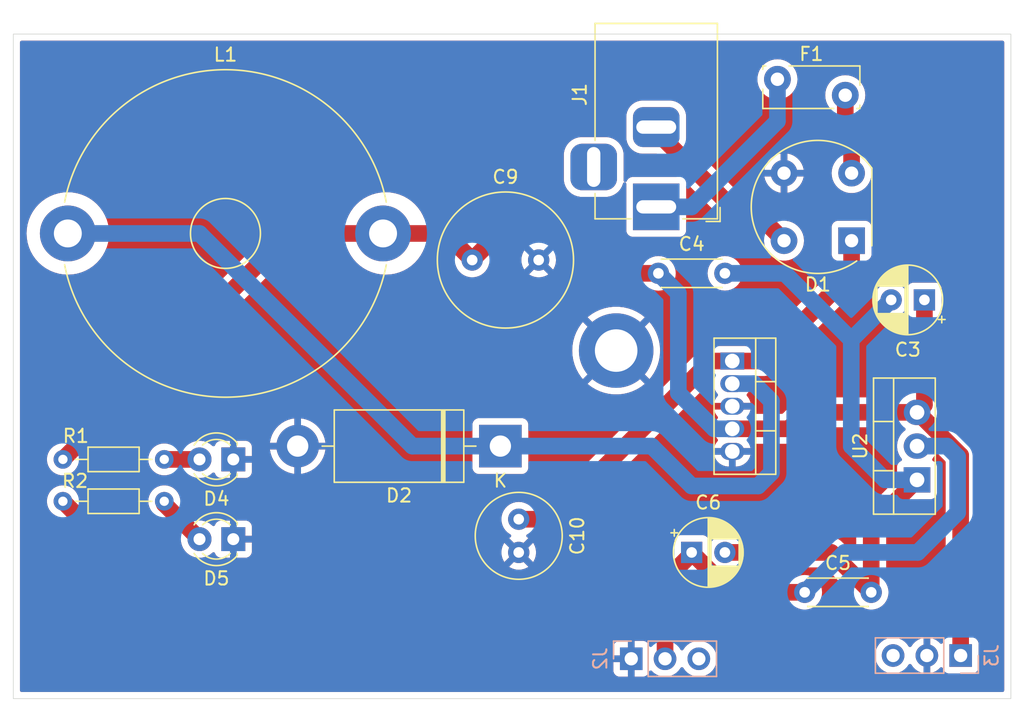
<source format=kicad_pcb>
(kicad_pcb
	(version 20240108)
	(generator "pcbnew")
	(generator_version "8.0")
	(general
		(thickness 1.6)
		(legacy_teardrops no)
	)
	(paper "A4")
	(layers
		(0 "F.Cu" signal)
		(31 "B.Cu" signal)
		(32 "B.Adhes" user "B.Adhesive")
		(33 "F.Adhes" user "F.Adhesive")
		(34 "B.Paste" user)
		(35 "F.Paste" user)
		(36 "B.SilkS" user "B.Silkscreen")
		(37 "F.SilkS" user "F.Silkscreen")
		(38 "B.Mask" user)
		(39 "F.Mask" user)
		(40 "Dwgs.User" user "User.Drawings")
		(41 "Cmts.User" user "User.Comments")
		(42 "Eco1.User" user "User.Eco1")
		(43 "Eco2.User" user "User.Eco2")
		(44 "Edge.Cuts" user)
		(45 "Margin" user)
		(46 "B.CrtYd" user "B.Courtyard")
		(47 "F.CrtYd" user "F.Courtyard")
		(48 "B.Fab" user)
		(49 "F.Fab" user)
		(50 "User.1" user)
		(51 "User.2" user)
		(52 "User.3" user)
		(53 "User.4" user)
		(54 "User.5" user)
		(55 "User.6" user)
		(56 "User.7" user)
		(57 "User.8" user)
		(58 "User.9" user)
	)
	(setup
		(pad_to_mask_clearance 0)
		(allow_soldermask_bridges_in_footprints no)
		(grid_origin 47.999952 44.459979)
		(pcbplotparams
			(layerselection 0x00010fc_ffffffff)
			(plot_on_all_layers_selection 0x0000000_00000000)
			(disableapertmacros no)
			(usegerberextensions no)
			(usegerberattributes yes)
			(usegerberadvancedattributes yes)
			(creategerberjobfile yes)
			(dashed_line_dash_ratio 12.000000)
			(dashed_line_gap_ratio 3.000000)
			(svgprecision 4)
			(plotframeref no)
			(viasonmask no)
			(mode 1)
			(useauxorigin no)
			(hpglpennumber 1)
			(hpglpenspeed 20)
			(hpglpendiameter 15.000000)
			(pdf_front_fp_property_popups yes)
			(pdf_back_fp_property_popups yes)
			(dxfpolygonmode yes)
			(dxfimperialunits yes)
			(dxfusepcbnewfont yes)
			(psnegative no)
			(psa4output no)
			(plotreference yes)
			(plotvalue yes)
			(plotfptext yes)
			(plotinvisibletext no)
			(sketchpadsonfab no)
			(subtractmaskfromsilk no)
			(outputformat 1)
			(mirror no)
			(drillshape 1)
			(scaleselection 1)
			(outputdirectory "")
		)
	)
	(net 0 "")
	(net 1 "GND")
	(net 2 "+5V")
	(net 3 "+3.3V")
	(net 4 "Net-(D1-Pad4)")
	(net 5 "Net-(F1-Pad1)")
	(net 6 "unconnected-(J1-MountPin-Pad3)")
	(net 7 "unconnected-(J2-Pin_3-Pad3)")
	(net 8 "unconnected-(J3-Pin_3-Pad3)")
	(net 9 "Net-(U2-ADJ{slash}GND)")
	(net 10 "V_{in}")
	(net 11 "Net-(D1-Pad2)")
	(net 12 "Net-(D2-K)")
	(net 13 "Net-(D4-A)")
	(net 14 "Net-(D5-A)")
	(footprint "Package_TO_SOT_THT:TO-220-5_Vertical" (layer "F.Cu") (at 89.054952 65.059979 -90))
	(footprint "LED_THT:LED_D3.0mm" (layer "F.Cu") (at 51.539952 78.459979 180))
	(footprint "Diode_THT:Diode_Bridge_Round_D9.8mm" (layer "F.Cu") (at 98.024952 56.004979 180))
	(footprint "Capacitor_THT:C_Radial_D10.0mm_H12.5mm_P5.00mm" (layer "F.Cu") (at 69.499952 57.459979))
	(footprint "Capacitor_THT:C_Disc_D4.3mm_W1.9mm_P5.00mm" (layer "F.Cu") (at 83.499952 58.459979))
	(footprint "Capacitor_THT:C_Radial_D6.3mm_H11.0mm_P2.50mm" (layer "F.Cu") (at 72.999952 76.959979 -90))
	(footprint "LED_THT:LED_D3.0mm" (layer "F.Cu") (at 51.539952 72.459979 180))
	(footprint "Capacitor_THT:CP_Radial_D5.0mm_P2.50mm" (layer "F.Cu") (at 85.999952 79.459979))
	(footprint "Fuse:Fuse_Bourns_MF-RG300" (layer "F.Cu") (at 92.449952 43.859979))
	(footprint "Connector_BarrelJack:BarrelJack_Horizontal" (layer "F.Cu") (at 83.337452 53.459979 -90))
	(footprint "Package_TO_SOT_THT:TO-220-3_Vertical" (layer "F.Cu") (at 102.944952 73.999979 90))
	(footprint "Capacitor_THT:CP_Radial_D5.0mm_P2.50mm" (layer "F.Cu") (at 103.499952 60.459979 180))
	(footprint "MountingHole:MountingHole_3.2mm_M3_DIN965_Pad" (layer "F.Cu") (at 80.324945 64.272412))
	(footprint "Resistor_THT:R_Axial_DIN0204_L3.6mm_D1.6mm_P7.62mm_Horizontal" (layer "F.Cu") (at 38.729952 72.459979))
	(footprint "Capacitor_THT:C_Disc_D4.3mm_W1.9mm_P5.00mm" (layer "F.Cu") (at 94.499952 82.459979))
	(footprint "Diode_THT:D_DO-201AD_P15.24mm_Horizontal" (layer "F.Cu") (at 71.619952 71.459979 180))
	(footprint "Inductor_THT:L_Radial_D24.4mm_P23.70mm_Murata_1400series" (layer "F.Cu") (at 39.099952 55.459979))
	(footprint "Resistor_THT:R_Axial_DIN0204_L3.6mm_D1.6mm_P7.62mm_Horizontal" (layer "F.Cu") (at 38.729952 75.609979))
	(footprint "Connector_PinHeader_2.54mm:PinHeader_1x03_P2.54mm_Vertical" (layer "B.Cu") (at 81.459952 87.459979 -90))
	(footprint "Connector_PinHeader_2.54mm:PinHeader_1x03_P2.54mm_Vertical" (layer "B.Cu") (at 106.224952 87.214979 90))
	(gr_rect
		(start 34.999952 40.459979)
		(end 109.999952 90.459979)
		(stroke
			(width 0.05)
			(type default)
		)
		(fill none)
		(layer "Edge.Cuts")
		(uuid "3b1725f3-616f-4eab-b270-24537795dff6")
	)
	(segment
		(start 102.992452 68.919979)
		(end 106.224952 72.152479)
		(width 1.25)
		(layer "F.Cu")
		(net 2)
		(uuid "0ab5cc26-560e-4b69-889f-0f495b9d7084")
	)
	(segment
		(start 78.999952 58.459979)
		(end 75.999952 55.459979)
		(width 1.25)
		(layer "F.Cu")
		(net 2)
		(uuid "1941b202-0e4c-4aa9-9acd-20c27731a1e8")
	)
	(segment
		(start 55.729952 55.459979)
		(end 67.499952 55.459979)
		(width 1.25)
		(layer "F.Cu")
		(net 2)
		(uuid "332d9d1c-2c5f-4181-a041-e658c3c04710")
	)
	(segment
		(start 83.499952 58.459979)
		(end 78.999952 58.459979)
		(width 1.25)
		(layer "F.Cu")
		(net 2)
		(uuid "3364e641-631a-4ee5-841d-053a91c64350")
	)
	(segment
		(start 38.729952 72.459979)
		(end 55.729952 55.459979)
		(width 1.25)
		(layer "F.Cu")
		(net 2)
		(uuid "3c9f06ee-695c-4f5b-907d-3ad9484223c3")
	)
	(segment
		(start 103.499952 68.364979)
		(end 102.944952 68.919979)
		(width 1.25)
		(layer "F.Cu")
		(net 2)
		(uuid "50981798-3740-42a0-914a-42fc47b0262d")
	)
	(segment
		(start 75.999952 55.459979)
		(end 71.499952 55.459979)
		(width 1.25)
		(layer "F.Cu")
		(net 2)
		(uuid "533f2869-0329-4603-8a19-a4d2645ba0d3")
	)
	(segment
		(start 67.499952 55.459979)
		(end 69.499952 57.459979)
		(width 1.25)
		(layer "F.Cu")
		(net 2)
		(uuid "5380b242-e2bc-49fa-b341-4089969e94ec")
	)
	(segment
		(start 71.499952 55.459979)
		(end 69.499952 57.459979)
		(width 1.25)
		(layer "F.Cu")
		(net 2)
		(uuid "543315dd-5340-4c53-878a-0325b5fa4b43")
	)
	(segment
		(start 103.499952 60.459979)
		(end 103.499952 68.364979)
		(width 1.25)
		(layer "F.Cu")
		(net 2)
		(uuid "54e724c5-3ac4-474b-8f61-707570a7b5b5")
	)
	(segment
		(start 102.944952 68.919979)
		(end 102.992452 68.919979)
		(width 1.25)
		(layer "F.Cu")
		(net 2)
		(uuid "7098ea2b-636a-412f-8a00-cf9d85babecb")
	)
	(segment
		(start 106.224952 72.152479)
		(end 106.224952 87.214979)
		(width 1.25)
		(layer "F.Cu")
		(net 2)
		(uuid "7962691d-523c-4315-963d-bc3523e3f53b")
	)
	(segment
		(start 93.299952 70.159979)
		(end 89.054952 70.159979)
		(width 1.25)
		(layer "F.Cu")
		(net 2)
		(uuid "be93a78c-cd35-43e5-9432-72654e9c5de7")
	)
	(segment
		(start 94.539952 68.919979)
		(end 93.299952 70.159979)
		(width 1.25)
		(layer "F.Cu")
		(net 2)
		(uuid "dffe8b3e-3fed-4fb1-b8ca-7fafa1e9feaf")
	)
	(segment
		(start 94.539952 68.919979)
		(end 102.944952 68.919979)
		(width 1.25)
		(layer "F.Cu")
		(net 2)
		(uuid "e2e4e7ca-7f8f-451e-8c9e-9f5324ad99e6")
	)
	(segment
		(start 87.699952 70.159979)
		(end 89.054952 70.159979)
		(width 1.25)
		(layer "B.Cu")
		(net 2)
		(uuid "2113b8e7-1d2d-4911-8ee3-ed42ac6825d6")
	)
	(segment
		(start 84.999952 67.459979)
		(end 87.699952 70.159979)
		(width 1.25)
		(layer "B.Cu")
		(net 2)
		(uuid "7a8e1f4a-186c-4164-8d3d-0f302f2d51a9")
	)
	(segment
		(start 84.999952 59.959979)
		(end 84.999952 67.459979)
		(width 1.25)
		(layer "B.Cu")
		(net 2)
		(uuid "d9775ec7-d63c-40b6-83e8-5551d56ca4ef")
	)
	(segment
		(start 83.499952 58.459979)
		(end 84.999952 59.959979)
		(width 1.25)
		(layer "B.Cu")
		(net 2)
		(uuid "fd17f05b-c702-4f0d-a5c1-9c1f01c3b626")
	)
	(segment
		(start 85.999952 79.56102)
		(end 82.100993 83.459979)
		(width 1.25)
		(layer "F.Cu")
		(net 3)
		(uuid "37542b2d-c747-49a7-b281-69453d2ad2c1")
	)
	(segment
		(start 81.202033 83.459979)
		(end 81.999952 83.459979)
		(width 1.25)
		(layer "F.Cu")
		(net 3)
		(uuid "66d6aeaa-ba53-42ff-8f53-af8821a32e98")
	)
	(segment
		(start 46.579952 83.459979)
		(end 81.202033 83.459979)
		(width 1.25)
		(layer "F.Cu")
		(net 3)
		(uuid "a0317441-98ae-4aa8-b154-17542c7afa89")
	)
	(segment
		(start 88.999952 82.459979)
		(end 94.499952 82.459979)
		(width 1.25)
		(layer "F.Cu")
		(net 3)
		(uuid "a39e0f05-b99e-42ea-8da0-c88b44e00554")
	)
	(segment
		(start 38.729952 75.609979)
		(end 46.579952 83.459979)
		(width 1.25)
		(layer "F.Cu")
		(net 3)
		(uuid "a665fdfa-6f8b-43e4-83fe-0dac8f0229f3")
	)
	(segment
		(start 81.999952 83.459979)
		(end 83.999952 85.459979)
		(width 1.25)
		(layer "F.Cu")
		(net 3)
		(uuid "bd7d2a3d-5969-49c0-ad8d-e1f8e2d02fde")
	)
	(segment
		(start 83.999952 85.459979)
		(end 83.999952 87.459979)
		(width 1.25)
		(layer "F.Cu")
		(net 3)
		(uuid "c469d248-9fb8-437b-b663-17108674ff83")
	)
	(segment
		(start 85.999952 79.459979)
		(end 85.999952 79.56102)
		(width 1.25)
		(layer "F.Cu")
		(net 3)
		(uuid "c6f56c89-f920-44fa-b2d7-0006e6659480")
	)
	(segment
		(start 82.100993 83.459979)
		(end 81.202033 83.459979)
		(width 1.25)
		(layer "F.Cu")
		(net 3)
		(uuid "d742f6bc-35d5-4a52-bebb-3d2e7e1cb24d")
	)
	(segment
		(start 85.999952 79.459979)
		(end 88.999952 82.459979)
		(width 1.25)
		(layer "F.Cu")
		(net 3)
		(uuid "e2b6dcd4-3c62-49cd-bb28-72d47f733623")
	)
	(segment
		(start 105.194952 71.459979)
		(end 102.944952 71.459979)
		(width 1.25)
		(layer "B.Cu")
		(net 3)
		(uuid "3be99d8b-8958-463a-a46e-91ec5c750720")
	)
	(segment
		(start 97.499952 79.459979)
		(end 102.999952 79.459979)
		(width 1.25)
		(layer "B.Cu")
		(net 3)
		(uuid "50eb995b-1441-4c68-a848-eda6436ac0f5")
	)
	(segment
		(start 105.999952 76.459979)
		(end 105.999952 72.264979)
		(width 1.25)
		(layer "B.Cu")
		(net 3)
		(uuid "a3614e41-2740-4d08-a2ff-ff1ae4f92d47")
	)
	(segment
		(start 94.499952 82.459979)
		(end 97.499952 79.459979)
		(width 1.25)
		(layer "B.Cu")
		(net 3)
		(uuid "ab8aacaa-6292-426c-afe0-382dfc60b61d")
	)
	(segment
		(start 105.999952 72.264979)
		(end 105.194952 71.459979)
		(width 1.25)
		(layer "B.Cu")
		(net 3)
		(uuid "dc35c42e-2af8-4565-9f84-d9ee4a35f3c3")
	)
	(segment
		(start 102.999952 79.459979)
		(end 105.999952 76.459979)
		(width 1.25)
		(layer "B.Cu")
		(net 3)
		(uuid "dfcace6e-3475-4ff8-8c0b-983ee3cccc30")
	)
	(segment
		(start 90.399952 53.459979)
		(end 88.999952 53.459979)
		(width 1.25)
		(layer "F.Cu")
		(net 4)
		(uuid "7350c53e-71fb-40dc-baea-60a2b0de7a72")
	)
	(segment
		(start 88.999952 53.459979)
		(end 83.337452 47.797479)
		(width 1.25)
		(layer "F.Cu")
		(net 4)
		(uuid "95fe4a12-29a0-4e4c-8f07-139386064dd9")
	)
	(segment
		(start 83.337452 47.797479)
		(end 83.337452 47.459979)
		(width 1.25)
		(layer "F.Cu")
		(net 4)
		(uuid "ba1b97c6-c55c-4492-96bb-78a7a3ea9de2")
	)
	(segment
		(start 92.944952 56.004979)
		(end 90.399952 53.459979)
		(width 1.25)
		(layer "F.Cu")
		(net 4)
		(uuid "f9419e7e-3872-4694-a251-74880f036083")
	)
	(segment
		(start 92.449952 47.009979)
		(end 85.999952 53.459979)
		(width 1.25)
		(layer "B.Cu")
		(net 5)
		(uuid "20746d40-dba5-42ed-9dcf-5e2f56362e34")
	)
	(segment
		(start 85.999952 53.459979)
		(end 83.337452 53.459979)
		(width 1.25)
		(layer "B.Cu")
		(net 5)
		(uuid "3e9c4c45-c9cb-49ec-8c48-dc43cfde5a76")
	)
	(segment
		(start 92.449952 43.859979)
		(end 92.449952 47.009979)
		(width 1.25)
		(layer "B.Cu")
		(net 5)
		(uuid "86d2fc92-30c7-41b8-9fff-1ae1ab0b140c")
	)
	(segment
		(start 96.499952 79.459979)
		(end 99.499952 82.459979)
		(width 1.25)
		(layer "F.Cu")
		(net 9)
		(uuid "23a73b88-7c41-42c8-95f4-32a77bf6c824")
	)
	(segment
		(start 88.499952 79.459979)
		(end 96.499952 79.459979)
		(width 1.25)
		(layer "F.Cu")
		(net 9)
		(uuid "753773c3-21b5-4688-9641-d40a72e0c85d")
	)
	(segment
		(start 99.499952 77.444979)
		(end 102.944952 73.999979)
		(width 1.25)
		(layer "F.Cu")
		(net 9)
		(uuid "bfde9d7b-db41-42cd-94dd-43d55a52defd")
	)
	(segment
		(start 99.499952 82.459979)
		(end 99.499952 77.444979)
		(width 1.25)
		(layer "F.Cu")
		(net 9)
		(uuid "c452df9c-1a50-4b38-8e7f-81e0598c1589")
	)
	(segment
		(start 100.999952 60.459979)
		(end 97.999952 63.459979)
		(width 1.25)
		(layer "B.Cu")
		(net 9)
		(uuid "26419162-a944-4345-8591-381bdc20c1d2")
	)
	(segment
		(start 97.999952 71.459979)
		(end 100.539952 73.999979)
		(width 1.25)
		(layer "B.Cu")
		(net 9)
		(uuid "2c48622d-0f5e-49d4-bbb5-a5b137091fc0")
	)
	(segment
		(start 97.999952 63.459979)
		(end 97.999952 71.459979)
		(width 1.25)
		(layer "B.Cu")
		(net 9)
		(uuid "9068149e-827d-4cbc-b980-45355a31a44f")
	)
	(segment
		(start 92.999952 58.459979)
		(end 97.999952 63.459979)
		(width 1.25)
		(layer "B.Cu")
		(net 9)
		(uuid "b91dc17f-ce67-42d1-aa22-2479adbc1de2")
	)
	(segment
		(start 100.539952 73.999979)
		(end 102.944952 73.999979)
		(width 1.25)
		(layer "B.Cu")
		(net 9)
		(uuid "d4c4863f-0df7-4fb6-bad2-15e1ef61c744")
	)
	(segment
		(start 88.499952 58.459979)
		(end 92.999952 58.459979)
		(width 1.25)
		(layer "B.Cu")
		(net 9)
		(uuid "dc936a7a-d250-432f-8d2c-2dd2df817910")
	)
	(segment
		(start 89.054952 65.059979)
		(end 87.399952 65.059979)
		(width 1.25)
		(layer "F.Cu")
		(net 10)
		(uuid "0a4c8b61-26eb-41dd-ab29-56ee008e2242")
	)
	(segment
		(start 75.499952 76.959979)
		(end 72.999952 76.959979)
		(width 1.25)
		(layer "F.Cu")
		(net 10)
		(uuid "1eb452b5-df9c-4fea-8793-2be5a13c1da5")
	)
	(segment
		(start 91.399952 65.059979)
		(end 98.024952 58.434979)
		(width 1.25)
		(layer "F.Cu")
		(net 10)
		(uuid "ab801d49-4d7d-4848-81b4-492103df9697")
	)
	(segment
		(start 89.054952 65.059979)
		(end 91.399952 65.059979)
		(width 1.25)
		(layer "F.Cu")
		(net 10)
		(uuid "cb96bc6b-6cc3-47ff-bb6d-bb62ffd822f7")
	)
	(segment
		(start 98.024952 58.434979)
		(end 98.024952 56.004979)
		(width 1.25)
		(layer "F.Cu")
		(net 10)
		(uuid "ee843064-1c76-48c4-8d34-c0698da0a6e2")
	)
	(segment
		(start 87.399952 65.059979)
		(end 75.499952 76.959979)
		(width 1.25)
		(layer "F.Cu")
		(net 10)
		(uuid "fc0d3ab3-0847-4601-8782-106999c73039")
	)
	(segment
		(start 98.024952 48.484979)
		(end 97.999952 48.459979)
		(width 1.25)
		(layer "F.Cu")
		(net 11)
		(uuid "41148fc2-47a5-457b-98dd-12c59bfafd9b")
	)
	(segment
		(start 97.549952 47.009979)
		(end 97.549952 45.059979)
		(width 1.25)
		(layer "F.Cu")
		(net 11)
		(uuid "56decdce-71ef-454f-86ff-5c85c3b73528")
	)
	(segment
		(start 97.999952 48.459979)
		(end 97.999952 47.459979)
		(width 1.25)
		(layer "F.Cu")
		(net 11)
		(uuid "5d1c0c1e-d479-4dd5-ad68-b833175c397b")
	)
	(segment
		(start 97.999952 47.459979)
		(end 97.549952 47.009979)
		(width 1.25)
		(layer "F.Cu")
		(net 11)
		(uuid "764431cb-01e8-42a6-b884-be3f8bd0d893")
	)
	(segment
		(start 98.024952 50.924979)
		(end 98.024952 48.484979)
		(width 1.25)
		(layer "F.Cu")
		(net 11)
		(uuid "b84bb970-a75a-41e6-a2a2-840a04db8c67")
	)
	(segment
		(start 91.999952 73.459979)
		(end 91.999952 68.079979)
		(width 1.25)
		(layer "B.Cu")
		(net 12)
		(uuid "2cb66b18-921d-4deb-ab0b-064875b7aa66")
	)
	(segment
		(start 64.999952 71.459979)
		(end 71.619952 71.459979)
		(width 1.25)
		(layer "B.Cu")
		(net 12)
		(uuid "3f1a66a8-9713-4f40-91c7-141158698007")
	)
	(segment
		(start 82.999952 71.459979)
		(end 85.999952 74.459979)
		(width 1.25)
		(layer "B.Cu")
		(net 12)
		(uuid "4a4b2b71-f87f-4ba4-a7c3-f3cb861e2965")
	)
	(segment
		(start 90.679952 66.759979)
		(end 89.054952 66.759979)
		(width 1.25)
		(layer "B.Cu")
		(net 12)
		(uuid "75ac034c-9ddc-481c-9cb1-a7fada99113c")
	)
	(segment
		(start 91.999952 68.079979)
		(end 90.679952 66.759979)
		(width 1.25)
		(layer "B.Cu")
		(net 12)
		(uuid "b4846cc8-0d6c-428f-8a08-4e5512caab39")
	)
	(segment
		(start 48.999952 55.459979)
		(end 64.999952 71.459979)
		(width 1.25)
		(layer "B.Cu")
		(net 12)
		(uuid "be254184-3a5a-4bce-9e6d-8939930fccfa")
	)
	(segment
		(start 39.099952 55.459979)
		(end 48.999952 55.459979)
		(width 1.25)
		(layer "B.Cu")
		(net 12)
		(uuid "c1ba50d1-c433-4e95-b491-4f403db111f1")
	)
	(segment
		(start 71.619952 71.459979)
		(end 82.999952 71.459979)
		(width 1.25)
		(layer "B.Cu")
		(net 12)
		(uuid "e143b081-11dc-4677-b6cd-8c8af3a304ea")
	)
	(segment
		(start 85.999952 74.459979)
		(end 90.999952 74.459979)
		(width 1.25)
		(layer "B.Cu")
		(net 12)
		(uuid "e4155df0-3c90-4985-9ff2-cb00bbddd0db")
	)
	(segment
		(start 90.999952 74.459979)
		(end 91.999952 73.459979)
		(width 1.25)
		(layer "B.Cu")
		(net 12)
		(uuid "f24bedfe-4e8c-403a-9d61-4b033f3680e0")
	)
	(segment
		(start 46.349952 72.459979)
		(end 48.999952 72.459979)
		(width 1.25)
		(layer "F.Cu")
		(net 13)
		(uuid "c2d92239-1b9a-42db-9636-f153862f8b2a")
	)
	(segment
		(start 46.349952 75.609979)
		(end 46.349952 75.809979)
		(width 1.25)
		(layer "F.Cu")
		(net 14)
		(uuid "2c8fab55-d862-414a-bd78-5948318cc418")
	)
	(segment
		(start 46.349952 75.809979)
		(end 48.999952 78.459979)
		(width 1.25)
		(layer "F.Cu")
		(net 14)
		(uuid "e6241ba7-c38f-479a-bb4f-c5c51ed70744")
	)
	(zone
		(net 1)
		(net_name "GND")
		(layers "F&B.Cu")
		(uuid "39eb1ed7-d9c8-4844-866a-47e0625f7bee")
		(hatch edge 0.5)
		(connect_pads
			(clearance 0.5)
		)
		(min_thickness 0.25)
		(filled_areas_thickness no)
		(fill yes
			(thermal_gap 0.5)
			(thermal_bridge_width 0.5)
		)
		(polygon
			(pts
				(xy 33.999952 39.459979) (xy 33.999952 91.459979) (xy 110.999952 91.459979) (xy 110.999952 39.459979)
			)
		)
		(filled_polygon
			(layer "F.Cu")
			(pts
				(xy 109.442491 40.980164) (xy 109.488246 41.032968) (xy 109.499452 41.084479) (xy 109.499452 89.835479)
				(xy 109.479767 89.902518) (xy 109.426963 89.948273) (xy 109.375452 89.959479) (xy 35.624452 89.959479)
				(xy 35.557413 89.939794) (xy 35.511658 89.88699) (xy 35.500452 89.835479) (xy 35.500452 75.609978)
				(xy 37.524309 75.609978) (xy 37.524309 75.609979) (xy 37.544836 75.831514) (xy 37.544837 75.831516)
				(xy 37.605721 76.045502) (xy 37.605727 76.045517) (xy 37.70489 76.244662) (xy 37.704895 76.24467)
				(xy 37.838972 76.422217) (xy 38.003389 76.572102) (xy 38.003391 76.572104) (xy 38.111584 76.639093)
				(xy 38.192551 76.689226) (xy 38.192556 76.689227) (xy 38.192558 76.689229) (xy 38.208888 76.695555)
				(xy 38.251777 76.723501) (xy 45.721469 84.193193) (xy 45.846738 84.318462) (xy 45.990062 84.422593)
				(xy 46.067481 84.46204) (xy 46.147909 84.503021) (xy 46.147912 84.503021) (xy 46.147916 84.503024)
				(xy 46.316389 84.557763) (xy 46.31639 84.557763) (xy 46.316396 84.557765) (xy 46.34032 84.561554)
				(xy 46.491373 84.585479) (xy 81.113454 84.585479) (xy 81.482393 84.585479) (xy 81.549432 84.605164)
				(xy 81.570074 84.621798) (xy 82.838133 85.889857) (xy 82.871618 85.95118) (xy 82.874452 85.977538)
				(xy 82.874452 86.160739) (xy 82.854767 86.227778) (xy 82.801963 86.273533) (xy 82.732805 86.283477)
				(xy 82.675005 86.257081) (xy 82.67424 86.258104) (xy 82.669537 86.254583) (xy 82.669249 86.254452)
				(xy 82.668787 86.254022) (xy 82.552045 86.166628) (xy 82.552038 86.166624) (xy 82.417331 86.116382)
				(xy 82.417324 86.11638) (xy 82.357796 86.109979) (xy 81.709952 86.109979) (xy 81.709952 87.026967)
				(xy 81.652945 86.994054) (xy 81.525778 86.959979) (xy 81.394126 86.959979) (xy 81.266959 86.994054)
				(xy 81.209952 87.026967) (xy 81.209952 86.109979) (xy 80.562107 86.109979) (xy 80.502579 86.11638)
				(xy 80.502572 86.116382) (xy 80.367865 86.166624) (xy 80.367858 86.166628) (xy 80.252764 86.252788)
				(xy 80.252761 86.252791) (xy 80.166601 86.367885) (xy 80.166597 86.367892) (xy 80.116355 86.502599)
				(xy 80.116353 86.502606) (xy 80.109952 86.562134) (xy 80.109952 87.209979) (xy 81.02694 87.209979)
				(xy 80.994027 87.266986) (xy 80.959952 87.394153) (xy 80.959952 87.525805) (xy 80.994027 87.652972)
				(xy 81.02694 87.709979) (xy 80.109952 87.709979) (xy 80.109952 88.357823) (xy 80.116353 88.417351)
				(xy 80.116355 88.417358) (xy 80.166597 88.552065) (xy 80.166601 88.552072) (xy 80.252761 88.667166)
				(xy 80.252764 88.667169) (xy 80.367858 88.753329) (xy 80.367865 88.753333) (xy 80.502572 88.803575)
				(xy 80.502579 88.803577) (xy 80.562107 88.809978) (xy 80.562124 88.809979) (xy 81.209952 88.809979)
				(xy 81.209952 87.892991) (xy 81.266959 87.925904) (xy 81.394126 87.959979) (xy 81.525778 87.959979)
				(xy 81.652945 87.925904) (xy 81.709952 87.892991) (xy 81.709952 88.809979) (xy 82.35778 88.809979)
				(xy 82.357796 88.809978) (xy 82.417324 88.803577) (xy 82.417331 88.803575) (xy 82.552038 88.753333)
				(xy 82.552045 88.753329) (xy 82.667139 88.667169) (xy 82.667142 88.667166) (xy 82.753302 88.552072)
				(xy 82.753306 88.552065) (xy 82.802374 88.420508) (xy 82.844245 88.364574) (xy 82.909709 88.340157)
				(xy 82.977982 88.355009) (xy 83.006237 88.37616) (xy 83.128551 88.498474) (xy 83.202195 88.55004)
				(xy 83.322117 88.634011) (xy 83.322119 88.634012) (xy 83.322122 88.634014) (xy 83.536289 88.733882)
				(xy 83.764544 88.795042) (xy 83.935271 88.809979) (xy 83.999951 88.815638) (xy 83.999952 88.815638)
				(xy 83.999953 88.815638) (xy 84.064633 88.809979) (xy 84.23536 88.795042) (xy 84.463615 88.733882)
				(xy 84.677782 88.634014) (xy 84.871353 88.498474) (xy 85.038447 88.33138) (xy 85.168377 88.145821)
				(xy 85.222954 88.102196) (xy 85.292452 88.095002) (xy 85.354807 88.126525) (xy 85.371527 88.145821)
				(xy 85.501452 88.331374) (xy 85.501457 88.33138) (xy 85.668551 88.498474) (xy 85.742195 88.55004)
				(xy 85.862117 88.634011) (xy 85.862119 88.634012) (xy 85.862122 88.634014) (xy 86.076289 88.733882)
				(xy 86.304544 88.795042) (xy 86.475271 88.809979) (xy 86.539951 88.815638) (xy 86.539952 88.815638)
				(xy 86.539953 88.815638) (xy 86.604633 88.809979) (xy 86.77536 88.795042) (xy 87.003615 88.733882)
				(xy 87.217782 88.634014) (xy 87.411353 88.498474) (xy 87.578447 88.33138) (xy 87.713987 88.137809)
				(xy 87.813855 87.923642) (xy 87.875015 87.695387) (xy 87.895611 87.459979) (xy 87.875015 87.224571)
				(xy 87.813855 86.996316) (xy 87.713987 86.78215) (xy 87.692396 86.751314) (xy 87.578446 86.588576)
				(xy 87.411354 86.421485) (xy 87.411347 86.42148) (xy 87.217786 86.285946) (xy 87.217782 86.285944)
				(xy 87.21778 86.285943) (xy 87.003615 86.186076) (xy 87.003611 86.186075) (xy 87.003607 86.186073)
				(xy 86.775365 86.124917) (xy 86.775355 86.124915) (xy 86.539953 86.10432) (xy 86.539951 86.10432)
				(xy 86.304548 86.124915) (xy 86.304538 86.124917) (xy 86.076296 86.186073) (xy 86.076287 86.186077)
				(xy 85.862123 86.285943) (xy 85.862121 86.285944) (xy 85.668549 86.421484) (xy 85.50146 86.588573)
				(xy 85.371526 86.774139) (xy 85.316949 86.817763) (xy 85.24745 86.824956) (xy 85.185096 86.793434)
				(xy 85.168382 86.774146) (xy 85.147873 86.744855) (xy 85.125549 86.67865) (xy 85.125452 86.673737)
				(xy 85.125452 85.3714) (xy 85.097738 85.196424) (xy 85.042994 85.027937) (xy 85.042994 85.027936)
				(xy 84.962565 84.870088) (xy 84.858435 84.726765) (xy 84.733166 84.601496) (xy 83.72985 83.59818)
				(xy 83.696365 83.536857) (xy 83.701349 83.467165) (xy 83.72985 83.422818) (xy 84.837874 82.314794)
				(xy 85.962794 81.189874) (xy 86.024113 81.156392) (xy 86.093805 81.161376) (xy 86.138152 81.189877)
				(xy 88.266737 83.318462) (xy 88.410062 83.422593) (xy 88.567909 83.503021) (xy 88.567912 83.503022)
				(xy 88.652153 83.530393) (xy 88.736397 83.557765) (xy 88.911373 83.585479) (xy 88.911374 83.585479)
				(xy 89.088531 83.585479) (xy 93.80886 83.585479) (xy 93.861263 83.597096) (xy 94.053456 83.686718)
				(xy 94.27326 83.745614) (xy 94.435182 83.75978) (xy 94.49995 83.765447) (xy 94.499952 83.765447)
				(xy 94.499954 83.765447) (xy 94.556625 83.760488) (xy 94.726644 83.745614) (xy 94.946448 83.686718)
				(xy 95.152686 83.590547) (xy 95.339091 83.460026) (xy 95.499999 83.299118) (xy 95.63052 83.112713)
				(xy 95.726691 82.906475) (xy 95.785587 82.686671) (xy 95.80542 82.459979) (xy 95.785587 82.233287)
				(xy 95.726691 82.013483) (xy 95.63052 81.807245) (xy 95.499999 81.62084) (xy 95.499997 81.620837)
				(xy 95.339093 81.459933) (xy 95.152686 81.329411) (xy 95.152684 81.32941) (xy 94.946449 81.23324)
				(xy 94.94644 81.233237) (xy 94.726649 81.174345) (xy 94.726645 81.174344) (xy 94.726644 81.174344)
				(xy 94.726643 81.174343) (xy 94.726638 81.174343) (xy 94.499954 81.154511) (xy 94.49995 81.154511)
				(xy 94.273265 81.174343) (xy 94.273254 81.174345) (xy 94.053463 81.233237) (xy 94.053454 81.23324)
				(xy 93.904083 81.302893) (xy 93.861263 81.322861) (xy 93.80886 81.334479) (xy 89.517512 81.334479)
				(xy 89.450473 81.314794) (xy 89.429831 81.29816) (xy 88.984334 80.852664) (xy 88.950849 80.791341)
				(xy 88.955833 80.72165) (xy 88.997704 80.665716) (xy 89.019604 80.652604) (xy 89.13864 80.597096)
				(xy 89.191044 80.585479) (xy 95.982393 80.585479) (xy 96.049432 80.605164) (xy 96.070074 80.621798)
				(xy 98.219873 82.771598) (xy 98.251966 82.827184) (xy 98.273212 82.906474) (xy 98.369383 83.112711)
				(xy 98.369384 83.112713) (xy 98.499906 83.29912) (xy 98.66081 83.460024) (xy 98.660813 83.460026)
				(xy 98.847218 83.590547) (xy 99.053456 83.686718) (xy 99.27326 83.745614) (xy 99.435182 83.75978)
				(xy 99.49995 83.765447) (xy 99.499952 83.765447) (xy 99.499954 83.765447) (xy 99.556625 83.760488)
				(xy 99.726644 83.745614) (xy 99.946448 83.686718) (xy 100.152686 83.590547) (xy 100.339091 83.460026)
				(xy 100.499999 83.299118) (xy 100.63052 83.112713) (xy 100.726691 82.906475) (xy 100.785587 82.686671)
				(xy 100.80542 82.459979) (xy 100.785587 82.233287) (xy 100.726691 82.013483) (xy 100.637069 81.82129)
				(xy 100.625452 81.768887) (xy 100.625452 77.962538) (xy 100.645137 77.895499) (xy 100.661771 77.874857)
				(xy 103.047331 75.489297) (xy 103.108654 75.455812) (xy 103.135012 75.452978) (xy 103.992823 75.452978)
				(xy 103.992824 75.452978) (xy 104.052435 75.44657) (xy 104.187283 75.396275) (xy 104.302498 75.310025)
				(xy 104.388748 75.19481) (xy 104.439043 75.059962) (xy 104.445452 75.000352) (xy 104.445451 72.999607)
				(xy 104.439043 72.939996) (xy 104.427847 72.909979) (xy 104.388749 72.80515) (xy 104.388745 72.805143)
				(xy 104.302499 72.689934) (xy 104.302496 72.689931) (xy 104.187287 72.603685) (xy 104.18728 72.603681)
				(xy 104.159411 72.593287) (xy 104.103477 72.551416) (xy 104.07906 72.485952) (xy 104.093912 72.417679)
				(xy 104.102412 72.404239) (xy 104.235169 72.221517) (xy 104.315359 72.064134) (xy 104.363334 72.013339)
				(xy 104.431155 71.996544) (xy 104.497289 72.019081) (xy 104.513525 72.032749) (xy 105.063133 72.582357)
				(xy 105.096618 72.64368) (xy 105.099452 72.670038) (xy 105.099452 85.883943) (xy 105.079767 85.950982)
				(xy 105.049764 85.983209) (xy 105.017409 86.007429) (xy 105.017403 86.007436) (xy 104.931158 86.122643)
				(xy 104.931154 86.12265) (xy 104.881949 86.254577) (xy 104.840078 86.310511) (xy 104.774613 86.334928)
				(xy 104.70634 86.320076) (xy 104.678086 86.298925) (xy 104.556034 86.176873) (xy 104.36253 86.041378)
				(xy 104.148444 85.941549) (xy 104.148438 85.941546) (xy 103.934952 85.884343) (xy 103.934952 86.781967)
				(xy 103.877945 86.749054) (xy 103.750778 86.714979) (xy 103.619126 86.714979) (xy 103.491959 86.749054)
				(xy 103.434952 86.781967) (xy 103.434952 85.884343) (xy 103.434951 85.884343) (xy 103.221465 85.941546)
				(xy 103.221459 85.941549) (xy 103.007374 86.041378) (xy 103.007372 86.041379) (xy 102.813878 86.176865)
				(xy 102.813872 86.17687) (xy 102.646843 86.343899) (xy 102.646842 86.343901) (xy 102.516832 86.529574)
				(xy 102.462255 86.573198) (xy 102.392756 86.580391) (xy 102.330402 86.548869) (xy 102.313682 86.529573)
				(xy 102.183446 86.343576) (xy 102.016354 86.176485) (xy 102.016347 86.17648) (xy 101.822786 86.040946)
				(xy 101.822782 86.040944) (xy 101.750924 86.007436) (xy 101.608615 85.941076) (xy 101.608611 85.941075)
				(xy 101.608607 85.941073) (xy 101.380365 85.879917) (xy 101.380355 85.879915) (xy 101.144953 85.85932)
				(xy 101.144951 85.85932) (xy 100.909548 85.879915) (xy 100.909538 85.879917) (xy 100.681296 85.941073)
				(xy 100.681287 85.941077) (xy 100.467123 86.040943) (xy 100.467121 86.040944) (xy 100.273549 86.176484)
				(xy 100.106457 86.343576) (xy 99.970917 86.537148) (xy 99.970916 86.53715) (xy 99.87105 86.751314)
				(xy 99.871046 86.751323) (xy 99.80989 86.979565) (xy 99.809888 86.979575) (xy 99.789293 87.214978)
				(xy 99.789293 87.214979) (xy 99.809888 87.450382) (xy 99.80989 87.450392) (xy 99.871046 87.678634)
				(xy 99.871048 87.678638) (xy 99.871049 87.678642) (xy 99.954107 87.85676) (xy 99.970917 87.892809)
				(xy 99.970919 87.892813) (xy 100.01795 87.959979) (xy 100.106457 88.08638) (xy 100.273551 88.253474)
				(xy 100.370336 88.321244) (xy 100.467117 88.389011) (xy 100.467119 88.389012) (xy 100.467122 88.389014)
				(xy 100.681289 88.488882) (xy 100.909544 88.550042) (xy 101.085986 88.565479) (xy 101.144951 88.570638)
				(xy 101.144952 88.570638) (xy 101.144953 88.570638) (xy 101.203918 88.565479) (xy 101.38036 88.550042)
				(xy 101.608615 88.488882) (xy 101.822782 88.389014) (xy 102.016353 88.253474) (xy 102.183447 88.08638)
				(xy 102.313682 87.900384) (xy 102.368259 87.85676) (xy 102.437757 87.849566) (xy 102.500112 87.881089)
				(xy 102.516831 87.900384) (xy 102.646842 88.086057) (xy 102.813869 88.253084) (xy 103.007373 88.388579)
				(xy 103.221459 88.488408) (xy 103.221468 88.488412) (xy 103.434952 88.545613) (xy 103.434952 87.647991)
				(xy 103.491959 87.680904) (xy 103.619126 87.714979) (xy 103.750778 87.714979) (xy 103.877945 87.680904)
				(xy 103.934952 87.647991) (xy 103.934952 88.545612) (xy 104.148435 88.488412) (xy 104.148444 88.488408)
				(xy 104.36253 88.388579) (xy 104.55603 88.253087) (xy 104.678085 88.131032) (xy 104.739408 88.097547)
				(xy 104.8091 88.102531) (xy 104.865034 88.144402) (xy 104.881949 88.17538) (xy 104.931154 88.307307)
				(xy 104.931158 88.307314) (xy 105.017404 88.422523) (xy 105.017407 88.422526) (xy 105.132616 88.508772)
				(xy 105.132623 88.508776) (xy 105.267469 88.55907) (xy 105.267468 88.55907) (xy 105.274396 88.559814)
				(xy 105.327079 88.565479) (xy 107.122824 88.565478) (xy 107.182435 88.55907) (xy 107.317283 88.508775)
				(xy 107.432498 88.422525) (xy 107.518748 88.30731) (xy 107.569043 88.172462) (xy 107.575452 88.112852)
				(xy 107.575451 86.317107) (xy 107.569043 86.257496) (xy 107.568888 86.257081) (xy 107.518749 86.12265)
				(xy 107.518745 86.122643) (xy 107.4325 86.007436) (xy 107.432498 86.007433) (xy 107.432496 86.007431)
				(xy 107.432494 86.007429) (xy 107.40014 85.983209) (xy 107.35827 85.927275) (xy 107.350452 85.883943)
				(xy 107.350452 72.0639) (xy 107.342444 72.013339) (xy 107.322738 71.888923) (xy 107.293919 71.800228)
				(xy 107.267995 71.720439) (xy 107.228111 71.642163) (xy 107.211712 71.609979) (xy 107.187566 71.562589)
				(xy 107.083435 71.419265) (xy 106.958166 71.293996) (xy 104.576664 68.912494) (xy 104.543179 68.851171)
				(xy 104.546414 68.786495) (xy 104.583527 68.672271) (xy 104.597738 68.628534) (xy 104.625452 68.453557)
				(xy 104.625452 68.2764) (xy 104.625452 61.700934) (xy 104.645137 61.633895) (xy 104.652447 61.624823)
				(xy 104.652183 61.624625) (xy 104.657498 61.617525) (xy 104.743748 61.50231) (xy 104.794043 61.367462)
				(xy 104.800452 61.307852) (xy 104.800451 59.612107) (xy 104.794043 59.552496) (xy 104.77559 59.503022)
				(xy 104.743749 59.41765) (xy 104.743745 59.417643) (xy 104.657499 59.302434) (xy 104.657496 59.302431)
				(xy 104.542287 59.216185) (xy 104.54228 59.216181) (xy 104.407434 59.165887) (xy 104.407435 59.165887)
				(xy 104.347835 59.15948) (xy 104.347833 59.159479) (xy 104.347825 59.159479) (xy 104.347816 59.159479)
				(xy 102.652081 59.159479) (xy 102.652075 59.15948) (xy 102.592468 59.165887) (xy 102.457623 59.216181)
				(xy 102.457616 59.216185) (xy 102.342407 59.302431) (xy 102.342404 59.302434) (xy 102.256158 59.417643)
				(xy 102.256154 59.41765) (xy 102.205861 59.552492) (xy 102.204584 59.557901) (xy 102.17001 59.618617)
				(xy 102.108099 59.651002) (xy 102.038508 59.644775) (xy 101.996226 59.617066) (xy 101.839093 59.459933)
				(xy 101.652686 59.329411) (xy 101.652684 59.32941) (xy 101.446449 59.23324) (xy 101.44644 59.233237)
				(xy 101.226649 59.174345) (xy 101.226645 59.174344) (xy 101.226644 59.174344) (xy 101.226643 59.174343)
				(xy 101.226638 59.174343) (xy 100.999954 59.154511) (xy 100.99995 59.154511) (xy 100.773265 59.174343)
				(xy 100.773254 59.174345) (xy 100.553463 59.233237) (xy 100.553454 59.23324) (xy 100.347219 59.32941)
				(xy 100.347217 59.329411) (xy 100.16081 59.459933) (xy 99.999906 59.620837) (xy 99.869384 59.807244)
				(xy 99.869383 59.807246) (xy 99.773213 60.013481) (xy 99.77321 60.01349) (xy 99.714318 60.233281)
				(xy 99.714316 60.233292) (xy 99.694484 60.459977) (xy 99.694484 60.45998) (xy 99.714316 60.686665)
				(xy 99.714318 60.686676) (xy 99.77321 60.906467) (xy 99.773213 60.906476) (xy 99.869383 61.112711)
				(xy 99.869384 61.112713) (xy 99.999906 61.29912) (xy 100.16081 61.460024) (xy 100.160813 61.460026)
				(xy 100.347218 61.590547) (xy 100.553456 61.686718) (xy 100.77326 61.745614) (xy 100.935182 61.75978)
				(xy 100.99995 61.765447) (xy 100.999952 61.765447) (xy 100.999954 61.765447) (xy 101.056625 61.760488)
				(xy 101.226644 61.745614) (xy 101.446448 61.686718) (xy 101.652686 61.590547) (xy 101.839091 61.460026)
				(xy 101.996226 61.30289) (xy 102.057548 61.269407) (xy 102.127239 61.274391) (xy 102.183173 61.316262)
				(xy 102.204581 61.362049) (xy 102.20586 61.367459) (xy 102.256154 61.502307) (xy 102.256155 61.502308)
				(xy 102.256156 61.50231) (xy 102.32221 61.590546) (xy 102.347721 61.624625) (xy 102.345322 61.62642)
				(xy 102.371618 61.674576) (xy 102.374452 61.700934) (xy 102.374452 67.479734) (xy 102.354767 67.546773)
				(xy 102.306748 67.590217) (xy 102.232602 67.627997) (xy 102.135913 67.677262) (xy 102.05525 67.735867)
				(xy 102.007173 67.770797) (xy 101.941368 67.794277) (xy 101.934289 67.794479) (xy 94.451373 67.794479)
				(xy 94.363885 67.808336) (xy 94.276394 67.822193) (xy 94.107912 67.876935) (xy 94.107909 67.876936)
				(xy 93.950062 67.957364) (xy 93.806738 68.061495) (xy 93.335846 68.532388) (xy 92.870074 68.99816)
				(xy 92.808751 69.031645) (xy 92.782393 69.034479) (xy 90.497494 69.034479) (xy 90.430455 69.014794)
				(xy 90.3847 68.96199) (xy 90.374756 68.892832) (xy 90.379563 68.87216) (xy 90.426943 68.726338)
				(xy 90.429535 68.709979) (xy 89.5457 68.709979) (xy 89.56747 68.672271) (xy 89.604952 68.532388)
				(xy 89.604952 68.38757) (xy 89.56747 68.247687) (xy 89.5457 68.209979) (xy 90.429535 68.209979)
				(xy 90.426943 68.193619) (xy 90.371611 68.023326) (xy 90.290328 67.863798) (xy 90.185085 67.718946)
				(xy 90.185085 67.718945) (xy 90.164154 67.698014) (xy 90.130669 67.636691) (xy 90.135653 67.566999)
				(xy 90.164154 67.522652) (xy 90.18547 67.501336) (xy 90.290757 67.356421) (xy 90.372078 67.196819)
				(xy 90.427431 67.026461) (xy 90.439884 66.94783) (xy 90.455452 66.849547) (xy 90.455452 66.67041)
				(xy 90.427431 66.4935) (xy 90.427431 66.493499) (xy 90.427431 66.493497) (xy 90.38009 66.347797)
				(xy 90.378095 66.277956) (xy 90.414175 66.218123) (xy 90.476876 66.187295) (xy 90.498021 66.185479)
				(xy 91.48853 66.185479) (xy 91.488531 66.185479) (xy 91.663508 66.157765) (xy 91.831994 66.103021)
				(xy 91.84469 66.096551) (xy 91.856912 66.090325) (xy 91.856913 66.090324) (xy 91.989842 66.022593)
				(xy 92.133166 65.918462) (xy 92.258435 65.793193) (xy 92.316994 65.734634) (xy 92.317007 65.734619)
				(xy 98.883436 59.168193) (xy 98.987566 59.024869) (xy 99.067994 58.867021) (xy 99.122738 58.698535)
				(xy 99.145034 58.557765) (xy 99.150452 58.523558) (xy 99.150452 57.578445) (xy 99.170137 57.511406)
				(xy 99.222941 57.465651) (xy 99.231108 57.462267) (xy 99.267283 57.448775) (xy 99.382498 57.362525)
				(xy 99.468748 57.24731) (xy 99.519043 57.112462) (xy 99.525452 57.052852) (xy 99.525451 54.957107)
				(xy 99.519043 54.897496) (xy 99.471104 54.768966) (xy 99.468749 54.76265) (xy 99.468745 54.762643)
				(xy 99.382499 54.647434) (xy 99.382496 54.647431) (xy 99.267287 54.561185) (xy 99.26728 54.561181)
				(xy 99.132434 54.510887) (xy 99.132435 54.510887) (xy 99.072835 54.50448) (xy 99.072833 54.504479)
				(xy 99.072825 54.504479) (xy 99.072816 54.504479) (xy 96.977081 54.504479) (xy 96.977075 54.50448)
				(xy 96.917468 54.510887) (xy 96.782623 54.561181) (xy 96.782616 54.561185) (xy 96.667407 54.647431)
				(xy 96.667404 54.647434) (xy 96.581158 54.762643) (xy 96.581154 54.76265) (xy 96.53086 54.897496)
				(xy 96.524453 54.957095) (xy 96.524453 54.957102) (xy 96.524452 54.957114) (xy 96.524452 57.052849)
				(xy 96.524453 57.052855) (xy 96.53086 57.112462) (xy 96.581154 57.247307) (xy 96.581158 57.247314)
				(xy 96.667404 57.362523) (xy 96.667407 57.362526) (xy 96.782616 57.448772) (xy 96.782621 57.448775)
				(xy 96.818784 57.462263) (xy 96.874718 57.504133) (xy 96.899136 57.569597) (xy 96.899452 57.578445)
				(xy 96.899452 57.917419) (xy 96.879767 57.984458) (xy 96.863133 58.0051) (xy 90.970074 63.89816)
				(xy 90.908751 63.931645) (xy 90.882393 63.934479) (xy 90.101138 63.934479) (xy 90.070284 63.928912)
				(xy 90.069987 63.930172) (xy 90.062435 63.928387) (xy 90.002835 63.92198) (xy 90.002833 63.921979)
				(xy 90.002825 63.921979) (xy 90.002816 63.921979) (xy 88.107081 63.921979) (xy 88.107075 63.92198)
				(xy 88.047464 63.928388) (xy 88.039921 63.930171) (xy 88.039623 63.928911) (xy 88.008766 63.934479)
				(xy 87.311368 63.934479) (xy 87.160319 63.958402) (xy 87.16032 63.958403) (xy 87.136399 63.962192)
				(xy 87.136396 63.962192) (xy 86.967916 64.016933) (xy 86.903317 64.049849) (xy 86.903316 64.049848)
				(xy 86.810063 64.097364) (xy 86.802163 64.103104) (xy 86.802162 64.103103) (xy 86.802162 64.103104)
				(xy 86.666744 64.20149) (xy 86.666739 64.201494) (xy 75.070074 75.79816) (xy 75.008751 75.831645)
				(xy 74.982393 75.834479) (xy 73.691044 75.834479) (xy 73.63864 75.822861) (xy 73.568604 75.790202)
				(xy 73.446449 75.73324) (xy 73.44644 75.733237) (xy 73.226649 75.674345) (xy 73.226645 75.674344)
				(xy 73.226644 75.674344) (xy 73.226643 75.674343) (xy 73.226638 75.674343) (xy 72.999954 75.654511)
				(xy 72.99995 75.654511) (xy 72.773265 75.674343) (xy 72.773254 75.674345) (xy 72.553463 75.733237)
				(xy 72.553454 75.73324) (xy 72.347219 75.82941) (xy 72.347217 75.829411) (xy 72.16081 75.959933)
				(xy 71.999906 76.120837) (xy 71.869384 76.307244) (xy 71.869383 76.307246) (xy 71.773213 76.513481)
				(xy 71.77321 76.51349) (xy 71.714318 76.733281) (xy 71.714316 76.733292) (xy 71.694484 76.959977)
				(xy 71.694484 76.95998) (xy 71.714316 77.186665) (xy 71.714318 77.186676) (xy 71.77321 77.406467)
				(xy 71.773213 77.406476) (xy 71.869383 77.612711) (xy 71.869384 77.612713) (xy 71.999906 77.79912)
				(xy 72.16081 77.960024) (xy 72.207645 77.992818) (xy 72.347218 78.090547) (xy 72.362927 78.097872)
				(xy 72.415366 78.144043) (xy 72.434519 78.211236) (xy 72.414304 78.278117) (xy 72.362931 78.322635)
				(xy 72.347466 78.329846) (xy 72.347464 78.329847) (xy 72.274478 78.380952) (xy 72.274478 78.380953)
				(xy 72.953505 79.059979) (xy 72.947291 79.059979) (xy 72.845558 79.087238) (xy 72.754346 79.139899)
				(xy 72.679872 79.214373) (xy 72.627211 79.305585) (xy 72.599952 79.407318) (xy 72.599952 79.413531)
				(xy 71.920926 78.734505) (xy 71.920925 78.734505) (xy 71.86982 78.807491) (xy 71.869818 78.807495)
				(xy 71.773686 79.013652) (xy 71.773682 79.013661) (xy 71.714812 79.233368) (xy 71.71481 79.233379)
				(xy 71.694986 79.459976) (xy 71.694986 79.459981) (xy 71.71481 79.686578) (xy 71.714812 79.686589)
				(xy 71.773682 79.906296) (xy 71.773687 79.90631) (xy 71.869815 80.112457) (xy 71.920926 80.185451)
				(xy 72.599952 79.506425) (xy 72.599952 79.51264) (xy 72.627211 79.614373) (xy 72.679872 79.705585)
				(xy 72.754346 79.780059) (xy 72.845558 79.83272) (xy 72.947291 79.859979) (xy 72.953505 79.859979)
				(xy 72.274478 80.539004) (xy 72.347465 80.590111) (xy 72.347473 80.590115) (xy 72.55362 80.686243)
				(xy 72.553634 80.686248) (xy 72.773341 80.745118) (xy 72.773352 80.74512) (xy 72.99995 80.764945)
				(xy 72.999954 80.764945) (xy 73.226551 80.74512) (xy 73.226562 80.745118) (xy 73.446269 80.686248)
				(xy 73.446283 80.686243) (xy 73.65243 80.590115) (xy 73.725423 80.539003) (xy 73.046399 79.859979)
				(xy 73.052613 79.859979) (xy 73.154346 79.83272) (xy 73.245558 79.780059) (xy 73.320032 79.705585)
				(xy 73.372693 79.614373) (xy 73.399952 79.51264) (xy 73.399952 79.506426) (xy 74.078976 80.18545)
				(xy 74.130088 80.112457) (xy 74.226216 79.90631) (xy 74.226221 79.906296) (xy 74.285091 79.686589)
				(xy 74.285093 79.686578) (xy 74.304918 79.459981) (xy 74.304918 79.459976) (xy 74.285093 79.233379)
				(xy 74.285091 79.233368) (xy 74.226221 79.013661) (xy 74.226216 79.013647) (xy 74.130088 78.8075)
				(xy 74.130084 78.807492) (xy 74.078977 78.734505) (xy 73.399952 79.41353) (xy 73.399952 79.407318)
				(xy 73.372693 79.305585) (xy 73.320032 79.214373) (xy 73.245558 79.139899) (xy 73.154346 79.087238)
				(xy 73.052613 79.059979) (xy 73.0464 79.059979) (xy 73.725424 78.380953) (xy 73.652432 78.329843)
				(xy 73.636976 78.322636) (xy 73.584537 78.276463) (xy 73.565385 78.209269) (xy 73.585601 78.142388)
				(xy 73.637 78.097861) (xy 73.638665 78.097084) (xy 73.691044 78.085479) (xy 75.58853 78.085479)
				(xy 75.588531 78.085479) (xy 75.763508 78.057765) (xy 75.931994 78.003021) (xy 76.089842 77.922593)
				(xy 76.233166 77.818462) (xy 76.358435 77.693193) (xy 87.442771 66.608855) (xy 87.504094 66.575371)
				(xy 87.573786 66.580355) (xy 87.629719 66.622227) (xy 87.654136 66.687691) (xy 87.654452 66.696537)
				(xy 87.654452 66.849547) (xy 87.682472 67.026457) (xy 87.682473 67.026461) (xy 87.737826 67.196819)
				(xy 87.819147 67.356421) (xy 87.924434 67.501336) (xy 87.924436 67.501338) (xy 87.94575 67.522652)
				(xy 87.979235 67.583975) (xy 87.974251 67.653667) (xy 87.94575 67.698014) (xy 87.924818 67.718945)
				(xy 87.924818 67.718946) (xy 87.819575 67.863798) (xy 87.738292 68.023326) (xy 87.68296 68.193619)
				(xy 87.680369 68.209979) (xy 88.564204 68.209979) (xy 88.542434 68.247687) (xy 88.504952 68.38757)
				(xy 88.504952 68.532388) (xy 88.542434 68.672271) (xy 88.564204 68.709979) (xy 87.680369 68.709979)
				(xy 87.68296 68.726338) (xy 87.738292 68.896631) (xy 87.819575 69.056159) (xy 87.924818 69.201011)
				(xy 87.924818 69.201012) (xy 87.94575 69.221944) (xy 87.979235 69.283267) (xy 87.974251 69.352959)
				(xy 87.94575 69.397306) (xy 87.924436 69.418619) (xy 87.924436 69.41862) (xy 87.924434 69.418622)
				(xy 87.882305 69.476607) (xy 87.819147 69.563536) (xy 87.737827 69.723136) (xy 87.682472 69.8935)
				(xy 87.654452 70.07041) (xy 87.654452 70.249547) (xy 87.682472 70.426457) (xy 87.682473 70.426461)
				(xy 87.737826 70.596819) (xy 87.819147 70.756421) (xy 87.924434 70.901336) (xy 87.924436 70.901338)
				(xy 87.94575 70.922652) (xy 87.979235 70.983975) (xy 87.974251 71.053667) (xy 87.94575 71.098014)
				(xy 87.924818 71.118945) (xy 87.924818 71.118946) (xy 87.819575 71.263798) (xy 87.738292 71.423326)
				(xy 87.68296 71.593619) (xy 87.680369 71.609979) (xy 88.564204 71.609979) (xy 88.542434 71.647687)
				(xy 88.504952 71.78757) (xy 88.504952 71.932388) (xy 88.542434 72.072271) (xy 88.564204 72.109979)
				(xy 87.680369 72.109979) (xy 87.68296 72.126338) (xy 87.738292 72.296631) (xy 87.819575 72.456159)
				(xy 87.924818 72.601011) (xy 87.924818 72.601012) (xy 88.051418 72.727612) (xy 88.196271 72.832855)
				(xy 88.355799 72.914138) (xy 88.526092 72.96947) (xy 88.70293 72.997479) (xy 88.804952 72.997479)
				(xy 88.804952 72.350726) (xy 88.84266 72.372497) (xy 88.982543 72.409979) (xy 89.127361 72.409979)
				(xy 89.267244 72.372497) (xy 89.304952 72.350726) (xy 89.304952 72.997479) (xy 89.406974 72.997479)
				(xy 89.583811 72.96947) (xy 89.754104 72.914138) (xy 89.913632 72.832855) (xy 90.058484 72.727612)
				(xy 90.058485 72.727612) (xy 90.185085 72.601012) (xy 90.185085 72.601011) (xy 90.290328 72.456159)
				(xy 90.371611 72.296631) (xy 90.426943 72.126338) (xy 90.429535 72.109979) (xy 89.5457 72.109979)
				(xy 89.56747 72.072271) (xy 89.604952 71.932388) (xy 89.604952 71.78757) (xy 89.56747 71.647687)
				(xy 89.5457 71.609979) (xy 90.429535 71.609979) (xy 90.426943 71.593619) (xy 90.379563 71.447798)
				(xy 90.377568 71.377957) (xy 90.413648 71.318124) (xy 90.476349 71.287295) (xy 90.497494 71.285479)
				(xy 93.38853 71.285479) (xy 93.388531 71.285479) (xy 93.563508 71.257765) (xy 93.731994 71.203021)
				(xy 93.757814 71.189865) (xy 93.889842 71.122593) (xy 94.033166 71.018462) (xy 94.158435 70.893193)
				(xy 94.216994 70.834634) (xy 94.217005 70.834621) (xy 94.969831 70.081798) (xy 95.031154 70.048313)
				(xy 95.057512 70.045479) (xy 101.934289 70.045479) (xy 102.001328 70.065164) (xy 102.007173 70.06916)
				(xy 102.035388 70.089659) (xy 102.078055 70.144989) (xy 102.084034 70.214602) (xy 102.051429 70.276397)
				(xy 102.035391 70.290295) (xy 101.950886 70.351692) (xy 101.789168 70.51341) (xy 101.789168 70.513411)
				(xy 101.789166 70.513413) (xy 101.731432 70.592875) (xy 101.654735 70.69844) (xy 101.550902 70.902223)
				(xy 101.480232 71.119725) (xy 101.48023 71.119732) (xy 101.444452 71.345625) (xy 101.444452 71.574332)
				(xy 101.48023 71.800225) (xy 101.48023 71.800228) (xy 101.550902 72.017734) (xy 101.642593 72.197687)
				(xy 101.654735 72.221517) (xy 101.787477 72.404221) (xy 101.810957 72.470025) (xy 101.795132 72.538079)
				(xy 101.745026 72.586774) (xy 101.730493 72.593287) (xy 101.702622 72.603682) (xy 101.702616 72.603685)
				(xy 101.587407 72.689931) (xy 101.587404 72.689934) (xy 101.501158 72.805143) (xy 101.501154 72.80515)
				(xy 101.45086 72.939996) (xy 101.44459 72.99832) (xy 101.444453 72.999602) (xy 101.444452 72.999614)
				(xy 101.444452 73.857418) (xy 101.424767 73.924457) (xy 101.408133 73.945099) (xy 98.766738 76.586496)
				(xy 98.641471 76.711762) (xy 98.641471 76.711763) (xy 98.641469 76.711765) (xy 98.625829 76.733292)
				(xy 98.537338 76.855088) (xy 98.456909 77.012936) (xy 98.456908 77.012939) (xy 98.402166 77.181422)
				(xy 98.374452 77.3564) (xy 98.374452 79.443419) (xy 98.354767 79.510458) (xy 98.301963 79.556213)
				(xy 98.232805 79.566157) (xy 98.169249 79.537132) (xy 98.162771 79.5311) (xy 97.233173 78.601502)
				(xy 97.233167 78.601497) (xy 97.222961 78.594081) (xy 97.222961 78.59408) (xy 97.089845 78.497367)
				(xy 97.089844 78.497366) (xy 97.089842 78.497365) (xy 97.039272 78.471598) (xy 96.931994 78.416936)
				(xy 96.931988 78.416934) (xy 96.791845 78.3714) (xy 96.763509 78.362193) (xy 96.763504 78.362192)
				(xy 96.641333 78.342842) (xy 96.588531 78.334479) (xy 96.58853 78.334479) (xy 89.191044 78.334479)
				(xy 89.13864 78.322861) (xy 89.060203 78.286285) (xy 88.946449 78.23324) (xy 88.94644 78.233237)
				(xy 88.726649 78.174345) (xy 88.726645 78.174344) (xy 88.726644 78.174344) (xy 88.726643 78.174343)
				(xy 88.726638 78.174343) (xy 88.499954 78.154511) (xy 88.49995 78.154511) (xy 88.273265 78.174343)
				(xy 88.273254 78.174345) (xy 88.053463 78.233237) (xy 88.053454 78.23324) (xy 87.847219 78.32941)
				(xy 87.847217 78.329411) (xy 87.660814 78.45993) (xy 87.503678 78.617066) (xy 87.442355 78.65055)
				(xy 87.372663 78.645566) (xy 87.31673 78.603694) (xy 87.295321 78.557902) (xy 87.294043 78.552497)
				(xy 87.243749 78.41765) (xy 87.243745 78.417643) (xy 87.157499 78.302434) (xy 87.157496 78.302431)
				(xy 87.042287 78.216185) (xy 87.04228 78.216181) (xy 86.907434 78.165887) (xy 86.907435 78.165887)
				(xy 86.847835 78.15948) (xy 86.847833 78.159479) (xy 86.847825 78.159479) (xy 86.847816 78.159479)
				(xy 85.152081 78.159479) (xy 85.152075 78.15948) (xy 85.092468 78.165887) (xy 84.957623 78.216181)
				(xy 84.957616 78.216185) (xy 84.842407 78.302431) (xy 84.842404 78.302434) (xy 84.756158 78.417643)
				(xy 84.756154 78.41765) (xy 84.70586 78.552496) (xy 84.699453 78.612095) (xy 84.699452 78.612114)
				(xy 84.699452 79.218459) (xy 84.679767 79.285498) (xy 84.663133 79.30614) (xy 81.671115 82.29816)
				(xy 81.609792 82.331645) (xy 81.583434 82.334479) (xy 47.097511 82.334479) (xy 47.030472 82.314794)
				(xy 47.00983 82.29816) (xy 40.321648 75.609978) (xy 45.144309 75.609978) (xy 45.144309 75.609979)
				(xy 45.164836 75.831514) (xy 45.164837 75.831517) (xy 45.22572 76.045502) (xy 45.225723 76.045508)
				(xy 45.27152 76.13748) (xy 45.278446 76.154419) (xy 45.280894 76.16195) (xy 45.280896 76.161967)
				(xy 45.280899 76.161967) (xy 45.306907 76.242015) (xy 45.306909 76.242021) (xy 45.387338 76.399869)
				(xy 45.480384 76.527935) (xy 45.480384 76.527937) (xy 45.491468 76.543191) (xy 45.49147 76.543194)
				(xy 47.580945 78.63267) (xy 47.61347 78.68991) (xy 47.670795 78.91628) (xy 47.764027 79.128827)
				(xy 47.890968 79.323126) (xy 47.890971 79.32313) (xy 47.890973 79.323132) (xy 48.048168 79.493892)
				(xy 48.048171 79.493894) (xy 48.048174 79.493897) (xy 48.231317 79.636443) (xy 48.231323 79.636447)
				(xy 48.231326 79.636449) (xy 48.435449 79.746915) (xy 48.531994 79.780059) (xy 48.654967 79.822276)
				(xy 48.654969 79.822276) (xy 48.654971 79.822277) (xy 48.883903 79.860479) (xy 48.883904 79.860479)
				(xy 49.116 79.860479) (xy 49.116001 79.860479) (xy 49.344933 79.822277) (xy 49.564455 79.746915)
				(xy 49.768578 79.636449) (xy 49.796942 79.614373) (xy 49.830081 79.588579) (xy 49.951736 79.493892)
				(xy 49.960463 79.484411) (xy 50.020346 79.44842) (xy 50.090184 79.450517) (xy 50.147802 79.490039)
				(xy 50.167876 79.525059) (xy 50.196597 79.602065) (xy 50.196601 79.602072) (xy 50.282761 79.717166)
				(xy 50.282764 79.717169) (xy 50.397858 79.803329) (xy 50.397865 79.803333) (xy 50.532572 79.853575)
				(xy 50.532579 79.853577) (xy 50.592107 79.859978) (xy 50.592124 79.859979) (xy 51.289952 79.859979)
				(xy 51.289952 78.835256) (xy 51.366258 78.879312) (xy 51.480708 78.909979) (xy 51.599196 78.909979)
				(xy 51.713646 78.879312) (xy 51.789952 78.835256) (xy 51.789952 79.859979) (xy 52.48778 79.859979)
				(xy 52.487796 79.859978) (xy 52.547324 79.853577) (xy 52.547331 79.853575) (xy 52.682038 79.803333)
				(xy 52.682045 79.803329) (xy 52.797139 79.717169) (xy 52.797142 79.717166) (xy 52.883302 79.602072)
				(xy 52.883306 79.602065) (xy 52.933548 79.467358) (xy 52.93355 79.467351) (xy 52.939951 79.407823)
				(xy 52.939952 79.407806) (xy 52.939952 78.709979) (xy 51.91523 78.709979) (xy 51.959285 78.633673)
				(xy 51.989952 78.519223) (xy 51.989952 78.400735) (xy 51.959285 78.286285) (xy 51.91523 78.209979)
				(xy 52.939952 78.209979) (xy 52.939952 77.512151) (xy 52.939951 77.512134) (xy 52.93355 77.452606)
				(xy 52.933548 77.452599) (xy 52.883306 77.317892) (xy 52.883302 77.317885) (xy 52.797142 77.202791)
				(xy 52.797139 77.202788) (xy 52.682045 77.116628) (xy 52.682038 77.116624) (xy 52.547331 77.066382)
				(xy 52.547324 77.06638) (xy 52.487796 77.059979) (xy 51.789952 77.059979) (xy 51.789952 78.084701)
				(xy 51.713646 78.040646) (xy 51.599196 78.009979) (xy 51.480708 78.009979) (xy 51.366258 78.040646)
				(xy 51.289952 78.084701) (xy 51.289952 77.059979) (xy 50.592107 77.059979) (xy 50.532579 77.06638)
				(xy 50.532572 77.066382) (xy 50.397865 77.116624) (xy 50.397858 77.116628) (xy 50.282764 77.202788)
				(xy 50.282761 77.202791) (xy 50.196601 77.317885) (xy 50.196598 77.31789) (xy 50.167876 77.394899)
				(xy 50.126004 77.450832) (xy 50.06054 77.475249) (xy 49.992267 77.460397) (xy 49.960466 77.43555)
				(xy 49.951736 77.426066) (xy 49.951731 77.426062) (xy 49.951729 77.42606) (xy 49.768586 77.283514)
				(xy 49.76858 77.28351) (xy 49.564456 77.173043) (xy 49.564447 77.17304) (xy 49.344936 77.097681)
				(xy 49.245381 77.081068) (xy 49.182497 77.050617) (xy 49.178111 77.04644) (xy 47.563785 75.432115)
				(xy 47.5322 75.378368) (xy 47.512754 75.310023) (xy 47.474181 75.174451) (xy 47.474176 75.17444)
				(xy 47.375013 74.975295) (xy 47.375008 74.975287) (xy 47.240931 74.79774) (xy 47.076514 74.647855)
				(xy 47.076512 74.647853) (xy 46.887356 74.530733) (xy 46.88735 74.530731) (xy 46.679892 74.450361)
				(xy 46.461195 74.409479) (xy 46.238709 74.409479) (xy 46.020012 74.450361) (xy 45.888816 74.501186)
				(xy 45.812553 74.530731) (xy 45.812547 74.530733) (xy 45.623391 74.647853) (xy 45.623389 74.647855)
				(xy 45.458972 74.79774) (xy 45.324895 74.975287) (xy 45.32489 74.975295) (xy 45.225727 75.17444)
				(xy 45.225721 75.174455) (xy 45.164837 75.388441) (xy 45.164836 75.388443) (xy 45.144309 75.609978)
				(xy 40.321648 75.609978) (xy 39.836805 75.125135) (xy 39.813486 75.092725) (xy 39.755011 74.975291)
				(xy 39.620931 74.79774) (xy 39.456514 74.647855) (xy 39.456512 74.647853) (xy 39.267356 74.530733)
				(xy 39.26735 74.530731) (xy 39.059892 74.450361) (xy 38.841195 74.409479) (xy 38.618709 74.409479)
				(xy 38.400012 74.450361) (xy 38.268816 74.501186) (xy 38.192553 74.530731) (xy 38.192547 74.530733)
				(xy 38.003391 74.647853) (xy 38.003389 74.647855) (xy 37.838972 74.79774) (xy 37.704895 74.975287)
				(xy 37.70489 74.975295) (xy 37.605727 75.17444) (xy 37.605721 75.174455) (xy 37.544837 75.388441)
				(xy 37.544836 75.388443) (xy 37.524309 75.609978) (xy 35.500452 75.609978) (xy 35.500452 72.459978)
				(xy 37.524309 72.459978) (xy 37.524309 72.459979) (xy 37.544836 72.681514) (xy 37.544837 72.681516)
				(xy 37.605721 72.895502) (xy 37.605727 72.895517) (xy 37.70489 73.094662) (xy 37.704895 73.09467)
				(xy 37.838972 73.272217) (xy 38.003389 73.422102) (xy 38.003391 73.422104) (xy 38.192547 73.539224)
				(xy 38.192548 73.539224) (xy 38.192551 73.539226) (xy 38.400012 73.619597) (xy 38.618709 73.660479)
				(xy 38.618711 73.660479) (xy 38.841193 73.660479) (xy 38.841195 73.660479) (xy 39.059892 73.619597)
				(xy 39.267353 73.539226) (xy 39.456514 73.422103) (xy 39.620933 73.272215) (xy 39.75501 73.094668)
				(xy 39.813488 72.977226) (xy 39.836801 72.944825) (xy 40.321648 72.459978) (xy 45.144309 72.459978)
				(xy 45.144309 72.459979) (xy 45.164836 72.681514) (xy 45.164837 72.681516) (xy 45.225721 72.895502)
				(xy 45.225727 72.895517) (xy 45.32489 73.094662) (xy 45.324895 73.09467) (xy 45.458972 73.272217)
				(xy 45.623389 73.422102) (xy 45.623391 73.422104) (xy 45.812547 73.539224) (xy 45.812548 73.539224)
				(xy 45.812551 73.539226) (xy 46.020012 73.619597) (xy 46.238709 73.660479) (xy 46.238711 73.660479)
				(xy 46.461193 73.660479) (xy 46.461195 73.660479) (xy 46.679892 73.619597) (xy 46.746348 73.593852)
				(xy 46.791142 73.585479) (xy 48.12327 73.585479) (xy 48.190309 73.605164) (xy 48.199432 73.611626)
				(xy 48.231317 73.636443) (xy 48.231323 73.636447) (xy 48.231326 73.636449) (xy 48.435449 73.746915)
				(xy 48.549439 73.786047) (xy 48.654967 73.822276) (xy 48.654969 73.822276) (xy 48.654971 73.822277)
				(xy 48.883903 73.860479) (xy 48.883904 73.860479) (xy 49.116 73.860479) (xy 49.116001 73.860479)
				(xy 49.344933 73.822277) (xy 49.564455 73.746915) (xy 49.768578 73.636449) (xy 49.951736 73.493892)
				(xy 49.960463 73.484411) (xy 50.020346 73.44842) (xy 50.090184 73.450517) (xy 50.147802 73.490039)
				(xy 50.167876 73.525059) (xy 50.196597 73.602065) (xy 50.196601 73.602072) (xy 50.282761 73.717166)
				(xy 50.282764 73.717169) (xy 50.397858 73.803329) (xy 50.397865 73.803333) (xy 50.532572 73.853575)
				(xy 50.532579 73.853577) (xy 50.592107 73.859978) (xy 50.592124 73.859979) (xy 51.289952 73.859979)
				(xy 51.289952 72.835256) (xy 51.366258 72.879312) (xy 51.480708 72.909979) (xy 51.599196 72.909979)
				(xy 51.713646 72.879312) (xy 51.789952 72.835256) (xy 51.789952 73.859979) (xy 52.48778 73.859979)
				(xy 52.487796 73.859978) (xy 52.547324 73.853577) (xy 52.547331 73.853575) (xy 52.682038 73.803333)
				(xy 52.682045 73.803329) (xy 52.797139 73.717169) (xy 52.797142 73.717166) (xy 52.883302 73.602072)
				(xy 52.883306 73.602065) (xy 52.933548 73.467358) (xy 52.93355 73.467351) (xy 52.939951 73.407823)
				(xy 52.939952 73.407806) (xy 52.939952 72.709979) (xy 51.91523 72.709979) (xy 51.959285 72.633673)
				(xy 51.989952 72.519223) (xy 51.989952 72.400735) (xy 51.959285 72.286285) (xy 51.91523 72.209979)
				(xy 52.939952 72.209979) (xy 52.939952 71.512151) (xy 52.939951 71.512134) (xy 52.93355 71.452606)
				(xy 52.933548 71.452599) (xy 52.883306 71.317892) (xy 52.883302 71.317885) (xy 52.802522 71.209978)
				(xy 54.292144 71.209978) (xy 54.292145 71.209979) (xy 55.617591 71.209979) (xy 55.610695 71.226628)
				(xy 55.579952 71.381186) (xy 55.579952 71.538772) (xy 55.610695 71.69333) (xy 55.617591 71.709979)
				(xy 54.292145 71.709979) (xy 54.294649 71.746598) (xy 54.353098 72.027867) (xy 54.353102 72.027881)
				(xy 54.449307 72.298574) (xy 54.581479 72.553655) (xy 54.747156 72.788364) (xy 54.747156 72.788365)
				(xy 54.94324 72.99832) (xy 55.166087 73.17962) (xy 55.166098 73.179627) (xy 55.411559 73.328896)
				(xy 55.67506 73.44335) (xy 55.951689 73.520858) (xy 55.951698 73.52086) (xy 56.129951 73.545359)
				(xy 56.129952 73.545359) (xy 56.129952 72.222339) (xy 56.146601 72.229236) (xy 56.301159 72.259979)
				(xy 56.458745 72.259979) (xy 56.613303 72.229236) (xy 56.629952 72.222339) (xy 56.629952 73.545359)
				(xy 56.808205 73.52086) (xy 56.808214 73.520858) (xy 57.084843 73.44335) (xy 57.348344 73.328896)
				(xy 57.593805 73.179627) (xy 57.593816 73.17962) (xy 57.816663 72.99832) (xy 58.012747 72.788365)
				(xy 58.012747 72.788364) (xy 58.178424 72.553655) (xy 58.310596 72.298574) (xy 58.406801 72.027881)
				(xy 58.406805 72.027867) (xy 58.465254 71.746598) (xy 58.467759 71.709979) (xy 57.142313 71.709979)
				(xy 57.149209 71.69333) (xy 57.179952 71.538772) (xy 57.179952 71.381186) (xy 57.149209 71.226628)
				(xy 57.142313 71.209979) (xy 58.467759 71.209979) (xy 58.467759 71.209978) (xy 58.465254 71.173359)
				(xy 58.406805 70.89209) (xy 58.406801 70.892076) (xy 58.310596 70.621383) (xy 58.178424 70.366302)
				(xy 58.012747 70.131593) (xy 58.012747 70.131592) (xy 57.816663 69.921637) (xy 57.682042 69.812114)
				(xy 69.519452 69.812114) (xy 69.519452 73.107849) (xy 69.519453 73.107855) (xy 69.52586 73.167462)
				(xy 69.576154 73.302307) (xy 69.576158 73.302314) (xy 69.662404 73.417523) (xy 69.662407 73.417526)
				(xy 69.777616 73.503772) (xy 69.777623 73.503776) (xy 69.912469 73.55407) (xy 69.912468 73.55407)
				(xy 69.919396 73.554814) (xy 69.972079 73.560479) (xy 73.267824 73.560478) (xy 73.327435 73.55407)
				(xy 73.462283 73.503775) (xy 73.577498 73.417525) (xy 73.663748 73.30231) (xy 73.714043 73.167462)
				(xy 73.720452 73.107852) (xy 73.720451 69.812107) (xy 73.714043 69.752496) (xy 73.709505 69.74033)
				(xy 73.663749 69.61765) (xy 73.663745 69.617643) (xy 73.577499 69.502434) (xy 73.577496 69.502431)
				(xy 73.462287 69.416185) (xy 73.46228 69.416181) (xy 73.327434 69.365887) (xy 73.327435 69.365887)
				(xy 73.267835 69.35948) (xy 73.267833 69.359479) (xy 73.267825 69.359479) (xy 73.267816 69.359479)
				(xy 69.972081 69.359479) (xy 69.972075 69.35948) (xy 69.912468 69.365887) (xy 69.777623 69.416181)
				(xy 69.777616 69.416185) (xy 69.662407 69.502431) (xy 69.662404 69.502434) (xy 69.576158 69.617643)
				(xy 69.576154 69.61765) (xy 69.52586 69.752496) (xy 69.519453 69.812095) (xy 69.519453 69.812102)
				(xy 69.519452 69.812114) (xy 57.682042 69.812114) (xy 57.593816 69.740337) (xy 57.593805 69.74033)
				(xy 57.348344 69.591061) (xy 57.084843 69.476607) (xy 56.808214 69.399099) (xy 56.808207 69.399098)
				(xy 56.629952 69.374597) (xy 56.629952 70.697618) (xy 56.613303 70.690722) (xy 56.458745 70.659979)
				(xy 56.301159 70.659979) (xy 56.146601 70.690722) (xy 56.129952 70.697618) (xy 56.129952 69.374597)
				(xy 55.951696 69.399098) (xy 55.951689 69.399099) (xy 55.67506 69.476607) (xy 55.411559 69.591061)
				(xy 55.166098 69.74033) (xy 55.166087 69.740337) (xy 54.94324 69.921637) (xy 54.747156 70.131592)
				(xy 54.747156 70.131593) (xy 54.581479 70.366302) (xy 54.449307 70.621383) (xy 54.353102 70.892076)
				(xy 54.353098 70.89209) (xy 54.294649 71.173359) (xy 54.292144 71.209978) (xy 52.802522 71.209978)
				(xy 52.797142 71.202791) (xy 52.797139 71.202788) (xy 52.682045 71.116628) (xy 52.682038 71.116624)
				(xy 52.547331 71.066382) (xy 52.547324 71.06638) (xy 52.487796 71.059979) (xy 51.789952 71.059979)
				(xy 51.789952 72.084701) (xy 51.713646 72.040646) (xy 51.599196 72.009979) (xy 51.480708 72.009979)
				(xy 51.366258 72.040646) (xy 51.289952 72.084701) (xy 51.289952 71.059979) (xy 50.592107 71.059979)
				(xy 50.532579 71.06638) (xy 50.532572 71.066382) (xy 50.397865 71.116624) (xy 50.397858 71.116628)
				(xy 50.282764 71.202788) (xy 50.282761 71.202791) (xy 50.196601 71.317885) (xy 50.196598 71.31789)
				(xy 50.167876 71.394899) (xy 50.126004 71.450832) (xy 50.06054 71.475249) (xy 49.992267 71.460397)
				(xy 49.960466 71.43555) (xy 49.951736 71.426066) (xy 49.951731 71.426062) (xy 49.951729 71.42606)
				(xy 49.768586 71.283514) (xy 49.76858 71.28351) (xy 49.564456 71.173043) (xy 49.564447 71.17304)
				(xy 49.344936 71.097681) (xy 49.157356 71.06638) (xy 49.116001 71.059479) (xy 48.883903 71.059479)
				(xy 48.842548 71.06638) (xy 48.654967 71.097681) (xy 48.435456 71.17304) (xy 48.435447 71.173043)
				(xy 48.231323 71.28351) (xy 48.231317 71.283514) (xy 48.199432 71.308332) (xy 48.134438 71.333975)
				(xy 48.12327 71.334479) (xy 46.791142 71.334479) (xy 46.746348 71.326106) (xy 46.704719 71.309979)
				(xy 46.679892 71.300361) (xy 46.461195 71.259479) (xy 46.238709 71.259479) (xy 46.020012 71.300361)
				(xy 45.901027 71.346456) (xy 45.812553 71.380731) (xy 45.812547 71.380733) (xy 45.623391 71.497853)
				(xy 45.623389 71.497855) (xy 45.458972 71.64774) (xy 45.324895 71.825287) (xy 45.32489 71.825295)
				(xy 45.225727 72.02444) (xy 45.225721 72.024455) (xy 45.164837 72.238441) (xy 45.164836 72.238443)
				(xy 45.144309 72.459978) (xy 40.321648 72.459978) (xy 48.509219 64.272409) (xy 77.020098 64.272409)
				(xy 77.020098 64.272414) (xy 77.039471 64.629726) (xy 77.039472 64.629743) (xy 77.09736 64.982843)
				(xy 77.097366 64.982869) (xy 77.193092 65.327644) (xy 77.193094 65.327651) (xy 77.325542 65.660071)
				(xy 77.325551 65.660089) (xy 77.493163 65.976239) (xy 77.693969 66.272406) (xy 77.69398 66.27242)
				(xy 77.821386 66.422414) (xy 77.821387 66.422414) (xy 79.030692 65.213109) (xy 79.104533 65.314742)
				(xy 79.282615 65.492824) (xy 79.384245 65.566663) (xy 78.172202 66.778706) (xy 78.18544 66.791248)
				(xy 78.470312 67.0078) (xy 78.470315 67.007802) (xy 78.776935 67.192288) (xy 79.101684 67.342534)
				(xy 79.101689 67.342535) (xy 79.4408 67.456795) (xy 79.790284 67.533723) (xy 80.14602 67.572411)
				(xy 80.14603 67.572412) (xy 80.50386 67.572412) (xy 80.503869 67.572411) (xy 80.859605 67.533723)
				(xy 81.209089 67.456795) (xy 81.5482 67.342535) (xy 81.548205 67.342534) (xy 81.872954 67.192288)
				(xy 82.179574 67.007802) (xy 82.179577 67.0078) (xy 82.464454 66.791243) 
... [108666 chars truncated]
</source>
